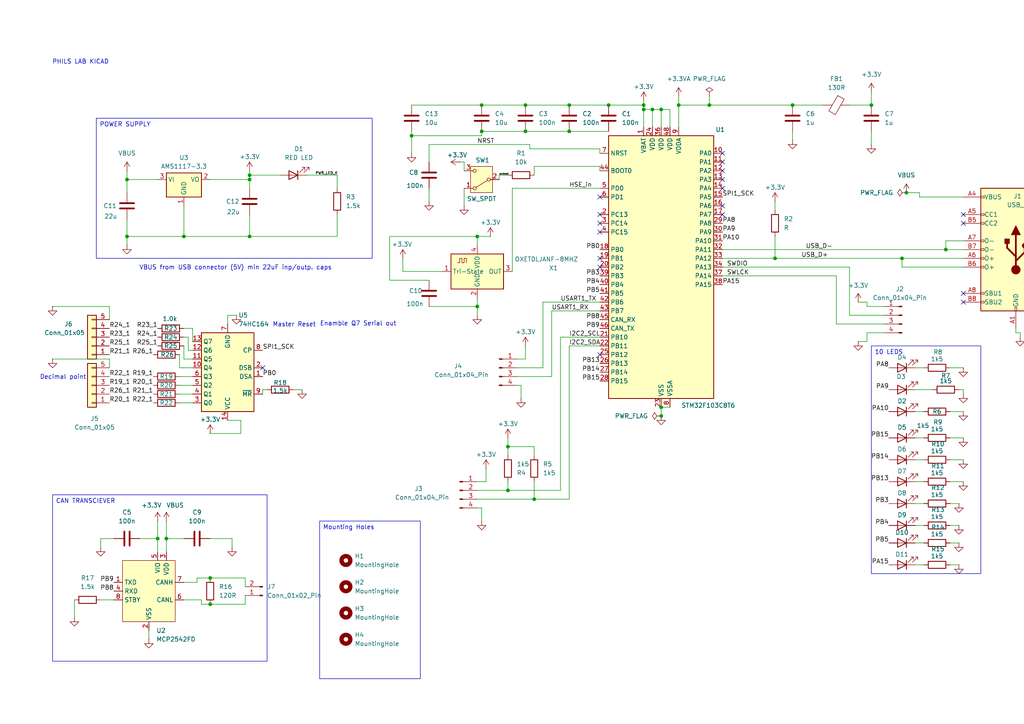
<source format=kicad_sch>
(kicad_sch (version 20250114) (generator "eeschema") (generator_version "9.0")
  (paper "A4")
  (title_block (title "Phils lab p1") (date "2025-09-18") (rev "0.1"))
  (text "Decimal point" (at 18.288 109.474 0) (effects (font (size 1.27 1.27))))
  (text "Enamble Q7 Serial out" (at 103.886 93.98 0) (effects (font (size 1.27 1.27))))
  (text "Master Reset" (at 85.344 94.234 0) (effects (font (size 1.27 1.27))))
  (text "VBUS from USB connector (5V) min 22uF inp/outp. caps" (at 68.326 77.724 0) (effects (font (size 1.27 1.27))))
  (text "PHILS LAB KICAD" (at 23.368 18.034 0) (effects (font (size 1.27 1.27))))
  (text_box "CAN TRANSCIEVER" (at 15.24 143.51 0) (size 62.23 48.26) (margins 0.9525 0.9525 0.9525 0.9525) (effects (font (size 1.27 1.27)) (justify left top)))
  (text_box "POWER SUPPLY" (at 27.94 34.29 0) (size 80.01 40.64) (margins 0.9525 0.9525 0.9525 0.9525) (effects (font (size 1.27 1.27)) (justify left top)))
  (text_box "10 LEDS" (at 252.73 100.33 0) (size 31.75 66.04) (margins 0.9525 0.9525 0.9525 0.9525) (effects (font (size 1.27 1.27)) (justify left top)))
  (text_box "Mounting Holes" (at 92.71 151.13 0) (size 29.21 45.72) (margins 0.9525 0.9525 0.9525 0.9525) (effects (font (size 1.27 1.27)) (justify left top)))
  (junction (at 147.32 129.54))
  (junction (at 139.7 30.48))
  (junction (at 147.32 142.24))
  (junction (at 191.77 118.11))
  (junction (at 186.69 31.75))
  (junction (at 60.96 175.26))
  (junction (at 229.87 30.48))
  (junction (at 274.32 72.39))
  (junction (at 191.77 120.65))
  (junction (at 60.96 167.64))
  (junction (at 53.34 68.58))
  (junction (at 224.79 74.93))
  (junction (at 48.26 156.21))
  (junction (at 261.62 74.93))
  (junction (at 205.74 30.48))
  (junction (at 72.39 68.58))
  (junction (at 189.23 31.75))
  (junction (at 186.69 30.48))
  (junction (at 36.83 52.07))
  (junction (at 72.39 50.8))
  (junction (at 196.85 30.48))
  (junction (at 252.73 30.48))
  (junction (at 165.1 38.1))
  (junction (at 119.38 39.37))
  (junction (at 139.7 38.1))
  (junction (at 191.77 31.75))
  (junction (at 138.43 88.9))
  (junction (at 45.72 156.21))
  (junction (at 36.83 68.58))
  (junction (at 262.89 55.88))
  (junction (at 138.43 68.58))
  (junction (at 176.53 30.48))
  (junction (at 154.94 144.78))
  (junction (at 72.39 52.07))
  (junction (at 152.4 30.48))
  (junction (at 165.1 30.48))
  (junction (at 152.4 38.1))
  (no_connect (at 209.55 62.23))
  (no_connect (at 173.99 64.77))
  (no_connect (at 209.55 54.61))
  (no_connect (at 173.99 57.15))
  (no_connect (at 209.55 49.53))
  (no_connect (at 76.2 106.68))
  (no_connect (at 279.4 85.09))
  (no_connect (at 173.99 62.23))
  (no_connect (at 209.55 46.99))
  (no_connect (at 209.55 44.45))
  (no_connect (at 173.99 102.87))
  (no_connect (at 209.55 59.69))
  (no_connect (at 173.99 77.47))
  (no_connect (at 173.99 74.93))
  (no_connect (at 279.4 64.77))
  (no_connect (at 209.55 52.07))
  (no_connect (at 279.4 62.23))
  (no_connect (at 173.99 67.31))
  (no_connect (at 302.26 95.25))
  (no_connect (at 279.4 87.63))
  (wire (pts (xy 275.59 157.48) (xy 278.13 157.48)))
  (wire (pts (xy 140.97 135.89) (xy 140.97 139.7)))
  (wire (pts (xy 85.09 113.03) (xy 87.63 113.03)))
  (wire (pts (xy 67.31 156.21) (xy 67.31 158.75)))
  (wire (pts (xy 196.85 30.48) (xy 196.85 36.83)))
  (wire (pts (xy 60.96 167.64) (xy 71.12 167.64)))
  (wire (pts (xy 165.1 30.48) (xy 176.53 30.48)))
  (wire (pts (xy 157.48 106.68) (xy 157.48 87.63)))
  (wire (pts (xy 274.32 72.39) (xy 279.4 72.39)))
  (wire (pts (xy 54.61 97.79) (xy 54.61 101.6)))
  (wire (pts (xy 157.48 87.63) (xy 173.99 87.63)))
  (wire (pts (xy 57.15 168.91) (xy 57.15 167.64)))
  (wire (pts (xy 265.43 127) (xy 267.97 127)))
  (wire (pts (xy 53.34 104.14) (xy 55.88 104.14)))
  (wire (pts (xy 189.23 31.75) (xy 189.23 36.83)))
  (wire (pts (xy 251.46 87.63) (xy 248.92 87.63)))
  (wire (pts (xy 97.79 50.8) (xy 97.79 54.61)))
  (wire (pts (xy 209.55 74.93) (xy 224.79 74.93)))
  (wire (pts (xy 69.85 125.73) (xy 69.85 121.92)))
  (wire (pts (xy 256.54 96.52) (xy 251.46 96.52)))
  (wire (pts (xy 113.03 81.28) (xy 124.46 81.28)))
  (wire (pts (xy 279.4 113.03) (xy 278.13 113.03)))
  (wire (pts (xy 242.57 80.01) (xy 242.57 93.98)))
  (wire (pts (xy 251.46 87.63) (xy 251.46 88.9)))
  (wire (pts (xy 147.32 127) (xy 147.32 129.54)))
  (wire (pts (xy 149.86 106.68) (xy 157.48 106.68)))
  (wire (pts (xy 71.12 175.26) (xy 71.12 172.72)))
  (wire (pts (xy 31.75 92.71) (xy 31.75 88.9)))
  (wire (pts (xy 153.67 41.91) (xy 153.67 43.18)))
  (wire (pts (xy 144.78 50.8) (xy 144.78 52.07)))
  (wire (pts (xy 45.72 156.21) (xy 40.64 156.21)))
  (wire (pts (xy 69.85 125.73) (xy 60.96 125.73)))
  (wire (pts (xy 275.59 133.35) (xy 279.4 133.35)))
  (wire (pts (xy 275.59 152.4) (xy 278.13 152.4)))
  (wire (pts (xy 138.43 144.78) (xy 154.94 144.78)))
  (wire (pts (xy 205.74 27.94) (xy 205.74 30.48)))
  (wire (pts (xy 173.99 43.18) (xy 173.99 44.45)))
  (wire (pts (xy 134.62 49.53) (xy 134.62 46.99)))
  (wire (pts (xy 152.4 30.48) (xy 165.1 30.48)))
  (wire (pts (xy 45.72 151.13) (xy 45.72 156.21)))
  (wire (pts (xy 119.38 38.1) (xy 119.38 39.37)))
  (wire (pts (xy 33.02 156.21) (xy 29.21 156.21)))
  (wire (pts (xy 53.34 97.79) (xy 54.61 97.79)))
  (wire (pts (xy 72.39 52.07) (xy 60.96 52.07)))
  (wire (pts (xy 52.07 106.68) (xy 55.88 106.68)))
  (wire (pts (xy 191.77 118.11) (xy 191.77 120.65)))
  (wire (pts (xy 266.7 57.15) (xy 279.4 57.15)))
  (wire (pts (xy 224.79 58.42) (xy 224.79 60.96)))
  (wire (pts (xy 265.43 119.38) (xy 267.97 119.38)))
  (wire (pts (xy 15.24 104.14) (xy 31.75 104.14)))
  (wire (pts (xy 124.46 88.9) (xy 138.43 88.9)))
  (wire (pts (xy 162.56 97.79) (xy 173.99 97.79)))
  (wire (pts (xy 265.43 133.35) (xy 267.97 133.35)))
  (wire (pts (xy 251.46 96.52) (xy 251.46 99.06)))
  (wire (pts (xy 52.07 111.76) (xy 55.88 111.76)))
  (wire (pts (xy 189.23 31.75) (xy 191.77 31.75)))
  (wire (pts (xy 266.7 57.15) (xy 266.7 55.88)))
  (wire (pts (xy 119.38 39.37) (xy 119.38 44.45)))
  (wire (pts (xy 261.62 77.47) (xy 279.4 77.47)))
  (wire (pts (xy 275.59 106.68) (xy 279.4 106.68)))
  (wire (pts (xy 246.38 30.48) (xy 252.73 30.48)))
  (wire (pts (xy 275.59 163.83) (xy 278.13 163.83)))
  (wire (pts (xy 139.7 30.48) (xy 152.4 30.48)))
  (wire (pts (xy 88.9 50.8) (xy 97.79 50.8)))
  (wire (pts (xy 152.4 100.33) (xy 152.4 104.14)))
  (wire (pts (xy 265.43 106.68) (xy 267.97 106.68)))
  (wire (pts (xy 229.87 30.48) (xy 238.76 30.48)))
  (wire (pts (xy 252.73 38.1) (xy 252.73 41.91)))
  (wire (pts (xy 58.42 175.26) (xy 60.96 175.26)))
  (wire (pts (xy 58.42 173.99) (xy 58.42 175.26)))
  (wire (pts (xy 76.2 113.03) (xy 77.47 113.03)))
  (wire (pts (xy 72.39 49.53) (xy 72.39 50.8)))
  (wire (pts (xy 224.79 68.58) (xy 224.79 74.93)))
  (wire (pts (xy 134.62 54.61) (xy 134.62 59.69)))
  (wire (pts (xy 246.38 77.47) (xy 246.38 91.44)))
  (wire (pts (xy 139.7 147.32) (xy 139.7 151.13)))
  (wire (pts (xy 194.31 31.75) (xy 194.31 36.83)))
  (wire (pts (xy 151.13 111.76) (xy 151.13 115.57)))
  (wire (pts (xy 48.26 156.21) (xy 53.34 156.21)))
  (wire (pts (xy 36.83 49.53) (xy 36.83 52.07)))
  (wire (pts (xy 224.79 74.93) (xy 261.62 74.93)))
  (wire (pts (xy 43.18 185.42) (xy 43.18 182.88)))
  (wire (pts (xy 124.46 54.61) (xy 124.46 58.42)))
  (wire (pts (xy 53.34 173.99) (xy 58.42 173.99)))
  (wire (pts (xy 265.43 113.03) (xy 270.51 113.03)))
  (wire (pts (xy 154.94 50.8) (xy 154.94 48.26)))
  (wire (pts (xy 294.64 96.52) (xy 295.91 96.52)))
  (wire (pts (xy 265.43 163.83) (xy 267.97 163.83)))
  (wire (pts (xy 251.46 99.06) (xy 248.92 99.06)))
  (wire (pts (xy 36.83 52.07) (xy 36.83 55.88)))
  (wire (pts (xy 152.4 104.14) (xy 149.86 104.14)))
  (wire (pts (xy 149.86 109.22) (xy 160.02 109.22)))
  (wire (pts (xy 52.07 114.3) (xy 55.88 114.3)))
  (wire (pts (xy 147.32 142.24) (xy 138.43 142.24)))
  (wire (pts (xy 191.77 118.11) (xy 194.31 118.11)))
  (wire (pts (xy 29.21 173.99) (xy 33.02 173.99)))
  (wire (pts (xy 246.38 91.44) (xy 256.54 91.44)))
  (wire (pts (xy 116.84 74.93) (xy 116.84 78.74)))
  (wire (pts (xy 279.4 113.03) (xy 279.4 114.3)))
  (wire (pts (xy 31.75 104.14) (xy 31.75 106.68)))
  (wire (pts (xy 144.78 50.8) (xy 147.32 50.8)))
  (wire (pts (xy 57.15 167.64) (xy 60.96 167.64)))
  (wire (pts (xy 154.94 139.7) (xy 154.94 144.78)))
  (wire (pts (xy 138.43 68.58) (xy 142.24 68.58)))
  (wire (pts (xy 113.03 68.58) (xy 113.03 81.28)))
  (wire (pts (xy 196.85 27.94) (xy 196.85 30.48)))
  (wire (pts (xy 173.99 48.26) (xy 173.99 49.53)))
  (wire (pts (xy 116.84 78.74) (xy 128.27 78.74)))
  (wire (pts (xy 186.69 30.48) (xy 186.69 31.75)))
  (wire (pts (xy 53.34 95.25) (xy 55.88 95.25)))
  (wire (pts (xy 72.39 68.58) (xy 72.39 62.23)))
  (wire (pts (xy 53.34 59.69) (xy 53.34 68.58)))
  (wire (pts (xy 265.43 139.7) (xy 267.97 139.7)))
  (wire (pts (xy 242.57 93.98) (xy 256.54 93.98)))
  (wire (pts (xy 173.99 100.33) (xy 165.1 100.33)))
  (wire (pts (xy 275.59 119.38) (xy 279.4 119.38)))
  (wire (pts (xy 153.67 43.18) (xy 173.99 43.18)))
  (wire (pts (xy 138.43 91.44) (xy 138.43 88.9)))
  (wire (pts (xy 147.32 142.24) (xy 162.56 142.24)))
  (wire (pts (xy 295.91 96.52) (xy 295.91 97.79)))
  (wire (pts (xy 45.72 52.07) (xy 36.83 52.07)))
  (wire (pts (xy 209.55 80.01) (xy 242.57 80.01)))
  (wire (pts (xy 162.56 142.24) (xy 162.56 97.79)))
  (wire (pts (xy 261.62 74.93) (xy 279.4 74.93)))
  (wire (pts (xy 139.7 147.32) (xy 138.43 147.32)))
  (wire (pts (xy 66.04 93.98) (xy 66.04 91.44)))
  (wire (pts (xy 124.46 41.91) (xy 153.67 41.91)))
  (wire (pts (xy 191.77 31.75) (xy 194.31 31.75)))
  (wire (pts (xy 138.43 86.36) (xy 138.43 88.9)))
  (wire (pts (xy 29.21 156.21) (xy 29.21 158.75)))
  (wire (pts (xy 147.32 129.54) (xy 147.32 132.08)))
  (wire (pts (xy 209.55 72.39) (xy 274.32 72.39)))
  (wire (pts (xy 154.94 48.26) (xy 173.99 48.26)))
  (wire (pts (xy 52.07 109.22) (xy 55.88 109.22)))
  (wire (pts (xy 148.59 54.61) (xy 148.59 78.74)))
  (wire (pts (xy 205.74 30.48) (xy 229.87 30.48)))
  (wire (pts (xy 139.7 38.1) (xy 152.4 38.1)))
  (wire (pts (xy 251.46 88.9) (xy 256.54 88.9)))
  (wire (pts (xy 60.96 175.26) (xy 71.12 175.26)))
  (wire (pts (xy 265.43 152.4) (xy 267.97 152.4)))
  (wire (pts (xy 209.55 77.47) (xy 246.38 77.47)))
  (wire (pts (xy 21.59 173.99) (xy 21.59 179.07)))
  (wire (pts (xy 119.38 39.37) (xy 139.7 39.37)))
  (wire (pts (xy 48.26 160.02) (xy 48.26 156.21)))
  (wire (pts (xy 294.64 95.25) (xy 294.64 96.52)))
  (wire (pts (xy 53.34 68.58) (xy 72.39 68.58)))
  (wire (pts (xy 147.32 139.7) (xy 147.32 142.24)))
  (wire (pts (xy 165.1 38.1) (xy 176.53 38.1)))
  (wire (pts (xy 186.69 31.75) (xy 186.69 36.83)))
  (wire (pts (xy 266.7 55.88) (xy 262.89 55.88)))
  (wire (pts (xy 275.59 146.05) (xy 278.13 146.05)))
  (wire (pts (xy 134.62 46.99) (xy 133.35 46.99)))
  (wire (pts (xy 124.46 41.91) (xy 124.46 46.99)))
  (wire (pts (xy 72.39 50.8) (xy 72.39 52.07)))
  (wire (pts (xy 138.43 68.58) (xy 113.03 68.58)))
  (wire (pts (xy 160.02 90.17) (xy 173.99 90.17)))
  (wire (pts (xy 274.32 72.39) (xy 274.32 69.85)))
  (wire (pts (xy 76.2 113.03) (xy 76.2 114.3)))
  (wire (pts (xy 53.34 168.91) (xy 57.15 168.91)))
  (wire (pts (xy 275.59 127) (xy 279.4 127)))
  (wire (pts (xy 252.73 26.67) (xy 252.73 30.48)))
  (wire (pts (xy 140.97 139.7) (xy 138.43 139.7)))
  (wire (pts (xy 119.38 30.48) (xy 139.7 30.48)))
  (wire (pts (xy 154.94 129.54) (xy 154.94 132.08)))
  (wire (pts (xy 186.69 31.75) (xy 189.23 31.75)))
  (wire (pts (xy 274.32 69.85) (xy 279.4 69.85)))
  (wire (pts (xy 229.87 38.1) (xy 229.87 40.64)))
  (wire (pts (xy 72.39 54.61) (xy 72.39 52.07)))
  (wire (pts (xy 48.26 151.13) (xy 48.26 156.21)))
  (wire (pts (xy 160.02 90.17) (xy 160.02 109.22)))
  (wire (pts (xy 31.75 88.9) (xy 15.24 88.9)))
  (wire (pts (xy 52.07 102.87) (xy 52.07 106.68)))
  (wire (pts (xy 36.83 68.58) (xy 36.83 71.12)))
  (wire (pts (xy 52.07 116.84) (xy 55.88 116.84)))
  (wire (pts (xy 138.43 68.58) (xy 138.43 71.12)))
  (wire (pts (xy 55.88 95.25) (xy 55.88 99.06)))
  (wire (pts (xy 60.96 156.21) (xy 67.31 156.21)))
  (wire (pts (xy 265.43 157.48) (xy 267.97 157.48)))
  (wire (pts (xy 36.83 63.5) (xy 36.83 68.58)))
  (wire (pts (xy 154.94 144.78) (xy 165.1 144.78)))
  (wire (pts (xy 275.59 139.7) (xy 279.4 139.7)))
  (wire (pts (xy 261.62 77.47) (xy 261.62 74.93)))
  (wire (pts (xy 148.59 54.61) (xy 173.99 54.61)))
  (wire (pts (xy 72.39 50.8) (xy 81.28 50.8)))
  (wire (pts (xy 66.04 91.44) (xy 68.58 91.44)))
  (wire (pts (xy 66.04 121.92) (xy 69.85 121.92)))
  (wire (pts (xy 147.32 129.54) (xy 154.94 129.54)))
  (wire (pts (xy 36.83 68.58) (xy 53.34 68.58)))
  (wire (pts (xy 186.69 30.48) (xy 176.53 30.48)))
  (wire (pts (xy 186.69 29.21) (xy 186.69 30.48)))
  (wire (pts (xy 152.4 38.1) (xy 165.1 38.1)))
  (wire (pts (xy 45.72 160.02) (xy 45.72 156.21)))
  (wire (pts (xy 191.77 31.75) (xy 191.77 36.83)))
  (wire (pts (xy 151.13 111.76) (xy 149.86 111.76)))
  (wire (pts (xy 97.79 62.23) (xy 97.79 68.58)))
  (wire (pts (xy 97.79 68.58) (xy 72.39 68.58)))
  (wire (pts (xy 53.34 100.33) (xy 53.34 104.14)))
  (wire (pts (xy 71.12 167.64) (xy 71.12 170.18)))
  (wire (pts (xy 54.61 101.6) (xy 55.88 101.6)))
  (wire (pts (xy 165.1 100.33) (xy 165.1 144.78)))
  (wire (pts (xy 265.43 146.05) (xy 267.97 146.05)))
  (wire (pts (xy 205.74 30.48) (xy 196.85 30.48)))
  (wire (pts (xy 139.7 39.37) (xy 139.7 38.1)))
  (label "R19_1" (at 31.75 111.76 0))
  (label "R23_1" (at 31.75 97.79 0))
  (label "HSE_in" (at 165.1 54.61 0))
  (label "R22_1" (at 31.75 109.22 0))
  (label "R25_1" (at 45.72 100.33 180))
  (label "PB9" (at 173.99 95.25 180))
  (label "PB13" (at 173.99 105.41 180))
  (label "USB_D+" (at 232.41 74.93 0))
  (label "PA9" (at 209.55 67.31 0))
  (label "SWLCK" (at 210.82 80.01 0))
  (label "I2C2_SCL" (at 165.1 97.79 0))
  (label "PB3" (at 257.81 146.05 180))
  (label "USART1_TX" (at 162.56 87.63 0))
  (label "PB14" (at 257.81 133.35 180))
  (label "R19_1" (at 44.45 109.22 180))
  (label "SPI1_SCK" (at 209.55 57.15 0))
  (label "PB9" (at 33.02 168.91 180))
  (label "R21_1" (at 44.45 114.3 180))
  (label "SPI1_SCK" (at 76.2 101.6 0))
  (label "R25_1" (at 31.75 100.33 0))
  (label "R20_1" (at 31.75 116.84 0))
  (label "PA9" (at 257.81 113.03 180))
  (label "PB5" (at 173.99 85.09 180))
  (label "R20_1" (at 44.45 111.76 180))
  (label "I2C2_SDA" (at 165.1 100.33 0))
  (label "PB0" (at 173.99 72.39 180))
  (label "R24_1" (at 31.75 95.25 0))
  (label "R24_1" (at 45.72 97.79 180))
  (label "USB_D-" (at 233.68 72.39 0))
  (label "PB4" (at 173.99 82.55 180))
  (label "PB13" (at 257.81 139.7 180))
  (label "R22_1" (at 44.45 116.84 180))
  (label "PA10" (at 209.55 69.85 0))
  (label "PB8" (at 33.02 171.45 180))
  (label "USART1_RX" (at 160.02 90.17 0))
  (label "PA8" (at 209.55 64.77 0))
  (label "PA15" (at 209.55 82.55 0))
  (label "PB14" (at 173.99 107.95 180))
  (label "SWDIO" (at 210.82 77.47 0))
  (label "R26_1" (at 31.75 114.3 0))
  (label "R21_1" (at 31.75 102.87 0))
  (label "PA8" (at 257.81 106.68 180))
  (label "PB0" (at 76.2 109.22 0))
  (label "swboot" (at 144.78 50.8 0) (effects (font (size 0.508 0.508))))
  (label "PB15" (at 173.99 110.49 180))
  (label "R26_1" (at 44.45 102.87 180))
  (label "NRST" (at 138.43 41.91 0))
  (label "PB8" (at 173.99 92.71 180))
  (label "PA15" (at 257.81 163.83 180))
  (label "PB15" (at 257.81 127 180))
  (label "PB4" (at 257.81 152.4 180))
  (label "PWR_LED_K" (at 91.44 50.8 0) (effects (font (size 0.762 0.762))))
  (label "PB3" (at 173.99 80.01 180))
  (label "PB5" (at 257.81 157.48 180))
  (label "PA10" (at 257.81 119.38 180))
  (label "R23_1" (at 45.72 95.25 180))
  (symbol (lib_id "power:+3.3V") (at 252.73 26.67 0) (unit 1)
    (property "Reference" "#PWR025" (effects (hide yes)))
    (property "Value" "+3.3V" (at 252.73 21.59 0))
    (property "Description" "Power symbol creates a global label with name \"+3.3V\"" (effects (hide yes)))
  )
  (symbol (lib_id "Connector_Generic:Conn_01x05") (at 26.67 97.79 180) (unit 1)
    (property "Reference" "J6" (at 21.082 93.98 0) (effects (justify left)))
    (property "Value" "Conn_01x05" (at 24.638 96.52 0) (effects (justify left)))
    (property "Footprint" "Connector_PinHeader_2.54mm:PinHeader_1x05_P2.54mm_Vertical" (effects (hide yes)))
    (property "Description" "Generic connector, single row, 01x05, script generated (kicad-library-utils/schlib/autogen/connector/)" (effects (hide yes)))
  )
  (symbol (lib_id "Regulator_Linear:AMS1117-3.3") (at 53.34 52.07 0) (unit 1)
    (property "Reference" "U3" (at 53.34 45.72 0))
    (property "Value" "AMS1117-3.3" (at 53.34 48.26 0))
    (property "Footprint" "Package_TO_SOT_SMD:SOT-223-3_TabPin2" (effects (hide yes)))
    (property "Datasheet" "http://www.advanced-monolithic.com/pdf/ds1117.pdf" (effects (hide yes)))
    (property "Description" "1A Low Dropout regulator, positive, 3.3V fixed output, SOT-223" (effects (hide yes)))
  )
  (symbol (lib_id "Device:R") (at 224.79 64.77 0) (unit 1)
    (property "Reference" "R2" (at 227.33 63.4999 0) (effects (justify left)))
    (property "Value" "R" (at 227.33 66.0399 0) (effects (justify left)))
    (property "Footprint" "Resistor_SMD:R_0603_1608Metric" (effects (hide yes)))
    (property "Description" "Resistor" (effects (hide yes)))
  )
  (symbol (lib_id "Device:LED") (at 85.09 50.8 180) (unit 1)
    (property "Reference" "D1" (at 86.6775 43.18 0))
    (property "Value" "RED LED" (at 86.6775 45.72 0))
    (property "Footprint" "LED_SMD:LED_0603_1608Metric" (effects (hide yes)))
    (property "Description" "Light emitting diode" (effects (hide yes)))
    (property "Sim.Pins" "1=K 2=A" (effects (hide yes)))
  )
  (symbol (lib_id "power:GND") (at 15.24 104.14 0) (unit 1)
    (property "Reference" "#PWR045" (effects (hide yes)))
    (property "Value" "GND" (effects (hide yes)))
    (property "Description" "Power symbol creates a global label with name \"GND\" , ground" (effects (hide yes)))
  )
  (symbol (lib_id "Connector:Conn_01x04_Pin") (at 261.62 91.44 0) (mirror y) (unit 1)
    (property "Reference" "J2" (at 260.985 83.82 0))
    (property "Value" "Conn_01x04_Pin" (at 260.985 86.36 0))
    (property "Footprint" "Connector_PinHeader_2.54mm:PinHeader_1x04_P2.54mm_Vertical" (effects (hide yes)))
    (property "Description" "Generic connector, single row, 01x04, script generated" (effects (hide yes)))
  )
  (symbol (lib_id "power:GND") (at 21.59 179.07 0) (unit 1)
    (property "Reference" "#PWR040" (effects (hide yes)))
    (property "Value" "GND" (effects (hide yes)))
    (property "Description" "Power symbol creates a global label with name \"GND\" , ground" (effects (hide yes)))
  )
  (symbol (lib_id "power:GND") (at 68.58 91.44 0) (unit 1)
    (property "Reference" "#PWR043" (effects (hide yes)))
    (property "Value" "GND" (effects (hide yes)))
    (property "Description" "Power symbol creates a global label with name \"GND\" , ground" (effects (hide yes)))
  )
  (symbol (lib_id "Device:R") (at 271.78 119.38 90) (unit 1)
    (property "Reference" "R6" (at 271.78 119.38 90))
    (property "Value" "1k5" (at 267.716 123.444 90))
    (property "Footprint" "Resistor_SMD:R_0603_1608Metric" (effects (hide yes)))
    (property "Description" "Resistor" (effects (hide yes)))
  )
  (symbol (lib_id "Device:R") (at 48.26 111.76 90) (unit 1)
    (property "Reference" "R20" (at 48.26 111.76 90))
    (property "Value" "1.5k" (effects (hide yes)))
    (property "Footprint" "Resistor_SMD:R_0603_1608Metric" (effects (hide yes)))
    (property "Description" "Resistor" (effects (hide yes)))
  )
  (symbol (lib_id "power:GND") (at 279.4 139.7 0) (unit 1)
    (property "Reference" "#PWR030" (effects (hide yes)))
    (property "Value" "GND" (effects (hide yes)))
    (property "Description" "Power symbol creates a global label with name \"GND\" , ground" (effects (hide yes)))
  )
  (symbol (lib_id "power:GND") (at 134.62 59.69 0) (unit 1)
    (property "Reference" "#PWR09" (effects (hide yes)))
    (property "Value" "GND" (effects (hide yes)))
    (property "Description" "Power symbol creates a global label with name \"GND\" , ground" (effects (hide yes)))
  )
  (symbol (lib_id "Device:R") (at 49.53 100.33 90) (unit 1)
    (property "Reference" "R25" (at 49.53 100.33 90))
    (property "Value" "1.5k" (effects (hide yes)))
    (property "Footprint" "Resistor_SMD:R_0603_1608Metric" (effects (hide yes)))
    (property "Description" "Resistor" (effects (hide yes)))
  )
  (symbol (lib_id "Connector:Conn_01x04_Pin") (at 133.35 142.24 0) (unit 1)
    (property "Reference" "J3" (at 121.412 141.732 0))
    (property "Value" "Conn_01x04_Pin" (at 122.428 144.272 0))
    (property "Footprint" "Connector_PinHeader_2.54mm:PinHeader_1x04_P2.54mm_Vertical" (effects (hide yes)))
    (property "Description" "Generic connector, single row, 01x04, script generated" (effects (hide yes)))
  )
  (symbol (lib_id "Device:R") (at 271.78 133.35 90) (unit 1)
    (property "Reference" "R10" (at 272.034 128.778 90))
    (property "Value" "1k5" (at 271.78 130.81 90))
    (property "Footprint" "Resistor_SMD:R_0603_1608Metric" (effects (hide yes)))
    (property "Description" "Resistor" (effects (hide yes)))
  )
  (symbol (lib_id "Device:C") (at 176.53 34.29 0) (unit 1)
    (property "Reference" "C1" (at 180.34 33.0199 0) (effects (justify left)))
    (property "Value" "100n" (at 180.34 35.5599 0) (effects (justify left)))
    (property "Footprint" "Capacitor_SMD:C_0603_1608Metric" (effects (hide yes)))
    (property "Description" "Unpolarized capacitor" (effects (hide yes)))
  )
  (symbol (lib_id "power:GND") (at 151.13 115.57 0) (unit 1)
    (property "Reference" "#PWR023" (effects (hide yes)))
    (property "Value" "GND" (effects (hide yes)))
    (property "Description" "Power symbol creates a global label with name \"GND\" , ground" (effects (hide yes)))
  )
  (symbol (lib_id "ecocad_lib_symbols:MCP2542FD") (at 43.18 162.56 0) (unit 1)
    (property "Reference" "U2" (at 45.3233 182.88 0) (effects (justify left)))
    (property "Value" "MCP2542FD" (at 45.3233 185.42 0) (effects (justify left)))
    (property "Footprint" "Package_SO:SOIC-8_3.9x4.9mm_P1.27mm" (effects (hide yes)))
  )
  (symbol (lib_id "power:GND") (at 119.38 44.45 0) (unit 1)
    (property "Reference" "#PWR03" (effects (hide yes)))
    (property "Value" "GND" (effects (hide yes)))
    (property "Description" "Power symbol creates a global label with name \"GND\" , ground" (effects (hide yes)))
  )
  (symbol (lib_id "power:GND") (at 36.83 71.12 0) (unit 1)
    (property "Reference" "#PWR017" (effects (hide yes)))
    (property "Value" "GND" (effects (hide yes)))
    (property "Description" "Power symbol creates a global label with name \"GND\" , ground" (effects (hide yes)))
  )
  (symbol (lib_id "power:+3.3V") (at 142.24 68.58 0) (unit 1)
    (property "Reference" "#PWR047" (effects (hide yes)))
    (property "Value" "+3.3V" (at 142.24 64.516 0))
    (property "Description" "Power symbol creates a global label with name \"+3.3V\"" (effects (hide yes)))
  )
  (symbol (lib_id "power:GND") (at 279.4 106.68 0) (unit 1)
    (property "Reference" "#PWR07" (effects (hide yes)))
    (property "Value" "GND" (effects (hide yes)))
    (property "Description" "Power symbol creates a global label with name \"GND\" , ground" (effects (hide yes)))
  )
  (symbol (lib_id "74xx:74HC164") (at 66.04 109.22 180) (unit 1)
    (property "Reference" "U5" (at 69.1581 91.44 0) (effects (justify right)))
    (property "Value" "74HC164" (at 69.1581 93.98 0) (effects (justify right)))
    (property "Footprint" "Package_SO:TSSOP-14_4.4x5mm_P0.65mm" (effects (hide yes)))
    (property "Datasheet" "https://assets.nexperia.com/documents/data-sheet/74HC_HCT164.pdf" (effects (hide yes)))
    (property "Description" "8-bit serial-in parallel-out shift register" (effects (hide yes)))
    (property "DK#" "296-14020-1-ND" (effects (hide yes)))
  )
  (symbol (lib_id "Device:LED") (at 261.62 152.4 180) (unit 1)
    (property "Reference" "D9" (at 261.62 149.352 0))
    (property "Value" "RED LED" (effects (hide yes)))
    (property "Footprint" "LED_SMD:LED_0603_1608Metric" (effects (hide yes)))
    (property "Description" "Light emitting diode" (effects (hide yes)))
    (property "Sim.Pins" "1=K 2=A" (effects (hide yes)))
  )
  (symbol (lib_id "Device:R") (at 60.96 171.45 0) (unit 1)
    (property "Reference" "R16" (at 63.5 170.1799 0) (effects (justify left)))
    (property "Value" "120R" (at 63.5 172.7199 0) (effects (justify left)))
    (property "Footprint" "Resistor_SMD:R_0603_1608Metric" (effects (hide yes)))
    (property "Description" "Resistor" (effects (hide yes)))
  )
  (symbol (lib_id "power:GND") (at 191.77 120.65 0) (unit 1)
    (property "Reference" "#PWR01" (effects (hide yes)))
    (property "Value" "GND" (effects (hide yes)))
    (property "Description" "Power symbol creates a global label with name \"GND\" , ground" (effects (hide yes)))
  )
  (symbol (lib_id "Device:C") (at 72.39 58.42 0) (unit 1)
    (property "Reference" "C12" (at 65.532 58.42 0) (effects (justify left)))
    (property "Value" "22u" (at 65.786 61.468 0) (effects (justify left)))
    (property "Footprint" "Capacitor_SMD:C_0805_2012Metric" (effects (hide yes)))
    (property "Description" "Unpolarized capacitor" (effects (hide yes)))
  )
  (symbol (lib_id "Device:R") (at 48.26 109.22 90) (unit 1)
    (property "Reference" "R19" (at 48.26 109.22 90))
    (property "Value" "1.5k" (effects (hide yes)))
    (property "Footprint" "Resistor_SMD:R_0603_1608Metric" (effects (hide yes)))
    (property "Description" "Resistor" (effects (hide yes)))
  )
  (symbol (lib_id "power:GND") (at 29.21 158.75 0) (unit 1)
    (property "Reference" "#PWR036" (effects (hide yes)))
    (property "Value" "GND" (effects (hide yes)))
    (property "Description" "Power symbol creates a global label with name \"GND\" , ground" (effects (hide yes)))
  )
  (symbol (lib_id "Device:C") (at 36.83 156.21 90) (unit 1)
    (property "Reference" "C5" (at 36.83 148.59 90))
    (property "Value" "100n" (at 36.83 151.13 90))
    (property "Footprint" "Capacitor_SMD:C_0603_1608Metric" (effects (hide yes)))
    (property "Description" "Unpolarized capacitor" (effects (hide yes)))
  )
  (symbol (lib_id "Device:LED") (at 261.62 163.83 180) (unit 1)
    (property "Reference" "D11" (at 261.62 160.782 0))
    (property "Value" "RED LED" (effects (hide yes)))
    (property "Footprint" "LED_SMD:LED_0603_1608Metric" (effects (hide yes)))
    (property "Description" "Light emitting diode" (effects (hide yes)))
    (property "Sim.Pins" "1=K 2=A" (effects (hide yes)))
  )
  (symbol (lib_id "Device:R") (at 49.53 97.79 90) (unit 1)
    (property "Reference" "R24" (at 49.53 97.79 90))
    (property "Value" "1.5k" (effects (hide yes)))
    (property "Footprint" "Resistor_SMD:R_0603_1608Metric" (effects (hide yes)))
    (property "Description" "Resistor" (effects (hide yes)))
  )
  (symbol (lib_id "Connector:USB_C_Receptacle_USB2.0_16P") (at 294.64 72.39 0) (mirror y) (unit 1)
    (property "Reference" "J1" (at 295.148 56.896 0))
    (property "Value" "USB_C" (at 295.148 59.436 0))
    (property "Footprint" "Connector_USB:USB_C_Receptacle_GCT_USB4105-xx-A_16P_TopMnt_Horizontal" (effects (hide yes)))
    (property "Datasheet" "https://www.usb.org/sites/default/files/documents/usb_type-c.zip" (effects (hide yes)))
    (property "Description" "USB 2.0-only 16P Type-C Receptacle connector" (effects (hide yes)))
  )
  (symbol (lib_id "power:GND") (at 124.46 58.42 0) (unit 1)
    (property "Reference" "#PWR08" (effects (hide yes)))
    (property "Value" "GND" (effects (hide yes)))
    (property "Description" "Power symbol creates a global label with name \"GND\" , ground" (effects (hide yes)))
  )
  (symbol (lib_id "Device:R") (at 81.28 113.03 90) (unit 1)
    (property "Reference" "R18" (at 81.28 110.998 90))
    (property "Value" "1.5k" (at 81.28 113.284 90))
    (property "Footprint" "Resistor_SMD:R_0603_1608Metric" (effects (hide yes)))
    (property "Description" "Resistor" (effects (hide yes)))
  )
  (symbol (lib_id "power:VBUS") (at 48.26 151.13 0) (unit 1)
    (property "Reference" "#PWR039" (effects (hide yes)))
    (property "Value" "VBUS" (at 50.8 146.558 0))
    (property "Description" "Power symbol creates a global label with name \"VBUS\"" (effects (hide yes)))
  )
  (symbol (lib_id "power:PWR_FLAG") (at 205.74 27.94 0) (unit 1)
    (property "Reference" "#FLG01" (effects (hide yes)))
    (property "Value" "PWR_FLAG" (at 205.74 22.86 0))
    (property "Description" "Special symbol for telling ERC where power comes from" (effects (hide yes)))
  )
  (symbol (lib_id "power:+3.3V") (at 140.97 135.89 0) (unit 1)
    (property "Reference" "#PWR021" (effects (hide yes)))
    (property "Value" "+3.3V" (at 140.97 131.826 0))
    (property "Description" "Power symbol creates a global label with name \"+3.3V\"" (effects (hide yes)))
  )
  (symbol (lib_id "power:VBUS") (at 36.83 49.53 0) (unit 1)
    (property "Reference" "#PWR018" (effects (hide yes)))
    (property "Value" "VBUS" (at 36.83 44.45 0))
    (property "Description" "Power symbol creates a global label with name \"VBUS\"" (effects (hide yes)))
  )
  (symbol (lib_id "power:+3.3V") (at 186.69 29.21 0) (unit 1)
    (property "Reference" "#PWR02" (effects (hide yes)))
    (property "Value" "+3.3V" (at 186.69 25.146 0))
    (property "Description" "Power symbol creates a global label with name \"+3.3V\"" (effects (hide yes)))
  )
  (symbol (lib_id "Device:LED") (at 261.62 139.7 180) (unit 1)
    (property "Reference" "D7" (at 261.62 136.652 0))
    (property "Value" "RED LED" (effects (hide yes)))
    (property "Footprint" "LED_SMD:LED_0603_1608Metric" (effects (hide yes)))
    (property "Description" "Light emitting diode" (effects (hide yes)))
    (property "Sim.Pins" "1=K 2=A" (effects (hide yes)))
  )
  (symbol (lib_id "Device:R") (at 48.26 114.3 90) (unit 1)
    (property "Reference" "R21" (at 48.26 114.3 90))
    (property "Value" "1.5k" (effects (hide yes)))
    (property "Footprint" "Resistor_SMD:R_0603_1608Metric" (effects (hide yes)))
    (property "Description" "Resistor" (effects (hide yes)))
  )
  (symbol (lib_id "power:+3.3V") (at 60.96 125.73 0) (unit 1)
    (property "Reference" "#PWR042" (effects (hide yes)))
    (property "Value" "+3.3V" (at 60.96 121.666 0))
    (property "Description" "Power symbol creates a global label with name \"+3.3V\"" (effects (hide yes)))
  )
  (symbol (lib_id "Device:LED") (at 261.62 113.03 180) (unit 1)
    (property "Reference" "D3" (at 261.366 109.22 0))
    (property "Value" "RED LED" (effects (hide yes)))
    (property "Footprint" "LED_SMD:LED_0603_1608Metric" (effects (hide yes)))
    (property "Description" "Light emitting diode" (effects (hide yes)))
    (property "Sim.Pins" "1=K 2=A" (effects (hide yes)))
  )
  (symbol (lib_id "power:GND") (at 87.63 113.03 0) (unit 1)
    (property "Reference" "#PWR046" (effects (hide yes)))
    (property "Value" "GND" (effects (hide yes)))
    (property "Description" "Power symbol creates a global label with name \"GND\" , ground" (effects (hide yes)))
  )
  (symbol (lib_id "Device:R") (at 271.78 152.4 90) (unit 1)
    (property "Reference" "R13" (at 272.034 147.828 90))
    (property "Value" "1k5" (at 271.78 149.86 90))
    (property "Footprint" "Resistor_SMD:R_0603_1608Metric" (effects (hide yes)))
    (property "Description" "Resistor" (effects (hide yes)))
  )
  (symbol (lib_id "Device:C") (at 119.38 34.29 0) (unit 1)
    (property "Reference" "C13" (at 123.19 33.0199 0) (effects (justify left)))
    (property "Value" "10u" (at 123.19 35.5599 0) (effects (justify left)))
    (property "Footprint" "Capacitor_SMD:C_0603_1608Metric" (effects (hide yes)))
    (property "Description" "Unpolarized capacitor" (effects (hide yes)))
  )
  (symbol (lib_id "power:+3.3V") (at 116.84 74.93 0) (unit 1)
    (property "Reference" "#PWR041" (effects (hide yes)))
    (property "Value" "+3.3V" (at 116.586 70.866 0))
    (property "Description" "Power symbol creates a global label with name \"+3.3V\"" (effects (hide yes)))
  )
  (symbol (lib_id "Device:R") (at 147.32 135.89 0) (mirror x) (unit 1)
    (property "Reference" "R4" (at 149.86 137.1601 0) (effects (justify left)))
    (property "Value" "1k5" (at 149.86 134.6201 0) (effects (justify left)))
    (property "Footprint" "Resistor_SMD:R_0603_1608Metric" (effects (hide yes)))
    (property "Description" "Resistor" (effects (hide yes)))
  )
  (symbol (lib_id "power:GND") (at 248.92 99.06 0) (unit 1)
    (property "Reference" "#PWR016" (effects (hide yes)))
    (property "Value" "GND" (effects (hide yes)))
    (property "Description" "Power symbol creates a global label with name \"GND\" , ground" (effects (hide yes)))
  )
  (symbol (lib_id "Connector:Conn_01x04_Pin") (at 144.78 106.68 0) (unit 1)
    (property "Reference" "J4" (at 132.842 106.172 0))
    (property "Value" "Conn_01x04_Pin" (at 133.858 108.712 0))
    (property "Footprint" "Connector_PinHeader_2.54mm:PinHeader_1x04_P2.54mm_Vertical" (effects (hide yes)))
    (property "Description" "Generic connector, single row, 01x04, script generated" (effects (hide yes)))
  )
  (symbol (lib_id "power:GND") (at 278.13 163.83 0) (unit 1)
    (property "Reference" "#PWR034" (effects (hide yes)))
    (property "Value" "GND" (effects (hide yes)))
    (property "Description" "Power symbol creates a global label with name \"GND\" , ground" (effects (hide yes)))
  )
  (symbol (lib_id "Device:R") (at 271.78 139.7 90) (unit 1)
    (property "Reference" "R11" (at 272.034 135.128 90))
    (property "Value" "1k5" (at 271.78 137.16 90))
    (property "Footprint" "Resistor_SMD:R_0603_1608Metric" (effects (hide yes)))
    (property "Description" "Resistor" (effects (hide yes)))
  )
  (symbol (lib_id "Mechanical:MountingHole") (at 100.33 170.18 0) (unit 1) (in_bom no)
    (property "Reference" "H2" (at 102.87 168.9099 0) (effects (justify left)))
    (property "Value" "MountingHole" (at 102.87 171.4499 0) (effects (justify left)))
    (property "Footprint" "MountingHole:MountingHole_2.2mm_M2" (effects (hide yes)))
    (property "Description" "Mounting Hole without connection" (effects (hide yes)))
  )
  (symbol (lib_id "power:+3.3VA") (at 196.85 27.94 0) (unit 1)
    (property "Reference" "#PWR04" (effects (hide yes)))
    (property "Value" "+3.3VA" (at 196.85 22.86 0))
    (property "Description" "Power symbol creates a global label with name \"+3.3VA\"" (effects (hide yes)))
  )
  (symbol (lib_id "Device:C") (at 139.7 34.29 0) (unit 1)
    (property "Reference" "C4" (at 143.51 33.0199 0) (effects (justify left)))
    (property "Value" "10u" (at 143.51 35.5599 0) (effects (justify left)))
    (property "Footprint" "Capacitor_SMD:C_0603_1608Metric" (effects (hide yes)))
    (property "Description" "Unpolarized capacitor" (effects (hide yes)))
  )
  (symbol (lib_id "power:+3.3V") (at 147.32 127 0) (unit 1)
    (property "Reference" "#PWR022" (effects (hide yes)))
    (property "Value" "+3.3V" (at 147.32 122.936 0))
    (property "Description" "Power symbol creates a global label with name \"+3.3V\"" (effects (hide yes)))
  )
  (symbol (lib_id "power:GND") (at 278.13 152.4 0) (unit 1)
    (property "Reference" "#PWR032" (effects (hide yes)))
    (property "Value" "GND" (effects (hide yes)))
    (property "Description" "Power symbol creates a global label with name \"GND\" , ground" (effects (hide yes)))
  )
  (symbol (lib_id "power:GND") (at 252.73 41.91 0) (unit 1)
    (property "Reference" "#PWR06" (effects (hide yes)))
    (property "Value" "GND" (effects (hide yes)))
    (property "Description" "Power symbol creates a global label with name \"GND\" , ground" (effects (hide yes)))
  )
  (symbol (lib_id "power:GND") (at 279.4 127 0) (unit 1)
    (property "Reference" "#PWR028" (effects (hide yes)))
    (property "Value" "GND" (effects (hide yes)))
    (property "Description" "Power symbol creates a global label with name \"GND\" , ground" (effects (hide yes)))
  )
  (symbol (lib_id "power:+3.3V") (at 224.79 58.42 0) (unit 1)
    (property "Reference" "#PWR014" (effects (hide yes)))
    (property "Value" "+3.3V" (at 224.79 54.356 0))
    (property "Description" "Power symbol creates a global label with name \"+3.3V\"" (effects (hide yes)))
  )
  (symbol (lib_id "Device:LED") (at 261.62 106.68 180) (unit 1)
    (property "Reference" "D4" (at 261.62 103.632 0))
    (property "Value" "RED LED" (effects (hide yes)))
    (property "Footprint" "LED_SMD:LED_0603_1608Metric" (effects (hide yes)))
    (property "Description" "Light emitting diode" (effects (hide yes)))
    (property "Sim.Pins" "1=K 2=A" (effects (hide yes)))
  )
  (symbol (lib_id "Device:LED") (at 261.62 157.48 180) (unit 1)
    (property "Reference" "D10" (at 261.62 154.432 0))
    (property "Value" "RED LED" (effects (hide yes)))
    (property "Footprint" "LED_SMD:LED_0603_1608Metric" (effects (hide yes)))
    (property "Description" "Light emitting diode" (effects (hide yes)))
    (property "Sim.Pins" "1=K 2=A" (effects (hide yes)))
  )
  (symbol (lib_id "Device:R") (at 271.78 146.05 90) (unit 1)
    (property "Reference" "R12" (at 272.034 141.478 90))
    (property "Value" "1k5" (at 271.78 143.51 90))
    (property "Footprint" "Resistor_SMD:R_0603_1608Metric" (effects (hide yes)))
    (property "Description" "Resistor" (effects (hide yes)))
  )
  (symbol (lib_id "power:GND") (at 43.18 185.42 0) (unit 1)
    (property "Reference" "#PWR035" (effects (hide yes)))
    (property "Value" "GND" (effects (hide yes)))
    (property "Description" "Power symbol creates a global label with name \"GND\" , ground" (effects (hide yes)))
  )
  (symbol (lib_id "Device:LED") (at 261.62 146.05 180) (unit 1)
    (property "Reference" "D8" (at 261.62 143.002 0))
    (property "Value" "RED LED" (effects (hide yes)))
    (property "Footprint" "LED_SMD:LED_0603_1608Metric" (effects (hide yes)))
    (property "Description" "Light emitting diode" (effects (hide yes)))
    (property "Sim.Pins" "1=K 2=A" (effects (hide yes)))
  )
  (symbol (lib_id "Device:R") (at 271.78 157.48 90) (unit 1)
    (property "Reference" "R14" (at 272.034 152.908 90))
    (property "Value" "1k5" (at 271.78 154.94 90))
    (property "Footprint" "Resistor_SMD:R_0603_1608Metric" (effects (hide yes)))
    (property "Description" "Resistor" (effects (hide yes)))
  )
  (symbol (lib_id "power:VBUS") (at 262.89 55.88 0) (unit 1)
    (property "Reference" "#PWR013" (effects (hide yes)))
    (property "Value" "VBUS" (at 262.89 50.8 0))
    (property "Description" "Power symbol creates a global label with name \"VBUS\"" (effects (hide yes)))
  )
  (symbol (lib_id "power:GND") (at 278.13 157.48 0) (unit 1)
    (property "Reference" "#PWR033" (effects (hide yes)))
    (property "Value" "GND" (effects (hide yes)))
    (property "Description" "Power symbol creates a global label with name \"GND\" , ground" (effects (hide yes)))
  )
  (symbol (lib_id "Device:LED") (at 261.62 119.38 180) (unit 1)
    (property "Reference" "D2" (at 261.62 116.332 0))
    (property "Value" "RED LED" (effects (hide yes)))
    (property "Footprint" "LED_SMD:LED_0603_1608Metric" (effects (hide yes)))
    (property "Description" "Light emitting diode" (effects (hide yes)))
    (property "Sim.Pins" "1=K 2=A" (effects (hide yes)))
  )
  (symbol (lib_id "MCU_ST_STM32F1:STM32F103C8Tx") (at 191.77 77.47 0) (unit 1)
    (property "Reference" "U1" (at 207.518 37.592 0) (effects (justify left)))
    (property "Value" "STM32F103C8T6" (at 197.612 117.602 0) (effects (justify left)))
    (property "Footprint" "Package_QFP:LQFP-48_7x7mm_P0.5mm" (effects (hide yes)))
    (property "Datasheet" "https://www.st.com/resource/en/datasheet/stm32f103c8.pdf" (effects (hide yes)))
    (property "Description" "STMicroelectronics Arm Cortex-M3 MCU, 64KB flash, 20KB RAM, 72 MHz, 2.0-3.6V, 37 GPIO, LQFP48" (effects (hide yes)))
    (pin "45" (alternate "CAN_RX"))
    (pin "46" (alternate "CAN_TX"))
  )
  (symbol (lib_id "Device:R") (at 274.32 113.03 90) (unit 1)
    (property "Reference" "R7" (at 274.32 108.966 90))
    (property "Value" "1k5" (at 274.32 110.49 90))
    (property "Footprint" "Resistor_SMD:R_0603_1608Metric" (effects (hide yes)))
    (property "Description" "Resistor" (effects (hide yes)))
  )
  (symbol (lib_id "Device:C") (at 124.46 85.09 0) (unit 1)
    (property "Reference" "C10" (at 118.618 84.328 0) (effects (justify left)))
    (property "Value" "100n" (at 117.856 88.138 0) (effects (justify left)))
    (property "Footprint" "Capacitor_SMD:C_0603_1608Metric" (effects (hide yes)))
    (property "Description" "Unpolarized capacitor" (effects (hide yes)))
  )
  (symbol (lib_id "power:GND") (at 139.7 151.13 0) (unit 1)
    (property "Reference" "#PWR020" (effects (hide yes)))
    (property "Value" "GND" (effects (hide yes)))
    (property "Description" "Power symbol creates a global label with name \"GND\" , ground" (effects (hide yes)))
  )
  (symbol (lib_id "Device:LED") (at 261.62 133.35 180) (unit 1)
    (property "Reference" "D6" (at 261.62 130.302 0))
    (property "Value" "RED LED" (effects (hide yes)))
    (property "Footprint" "LED_SMD:LED_0603_1608Metric" (effects (hide yes)))
    (property "Description" "Light emitting diode" (effects (hide yes)))
    (property "Sim.Pins" "1=K 2=A" (effects (hide yes)))
  )
  (symbol (lib_id "Switch:SW_SPDT") (at 139.7 52.07 180) (unit 1)
    (property "Reference" "SW1" (at 139.954 46.482 0))
    (property "Value" "SW_SPDT" (at 139.7 57.658 0))
    (property "Footprint" "Button_Switch_SMD:SW_SPDT_PCM12" (effects (hide yes)))
    (property "Description" "Switch, single pole double throw" (effects (hide yes)))
  )
  (symbol (lib_id "Device:R") (at 154.94 135.89 0) (unit 1)
    (property "Reference" "R5" (at 157.48 134.6199 0) (effects (justify left)))
    (property "Value" "1k5" (at 157.48 137.1599 0) (effects (justify left)))
    (property "Footprint" "Resistor_SMD:R_0603_1608Metric" (effects (hide yes)))
    (property "Description" "Resistor" (effects (hide yes)))
  )
  (symbol (lib_id "Mechanical:MountingHole") (at 100.33 177.8 0) (unit 1) (in_bom no)
    (property "Reference" "H3" (at 102.87 176.5299 0) (effects (justify left)))
    (property "Value" "MountingHole" (at 102.87 179.0699 0) (effects (justify left)))
    (property "Footprint" "MountingHole:MountingHole_2.2mm_M2" (effects (hide yes)))
    (property "Description" "Mounting Hole without connection" (effects (hide yes)))
  )
  (symbol (lib_id "Connector:Conn_01x02_Pin") (at 76.2 172.72 180) (unit 1)
    (property "Reference" "J7" (at 77.47 170.1799 0) (effects (justify right)))
    (property "Value" "Conn_01x02_Pin" (at 77.47 172.7199 0) (effects (justify right)))
    (property "Footprint" "Connector_PinHeader_2.00mm:PinHeader_1x02_P2.00mm_Vertical" (effects (hide yes)))
    (property "Description" "Generic connector, single row, 01x02, script generated" (effects (hide yes)))
  )
  (symbol (lib_id "Connector_Generic:Conn_01x05") (at 26.67 111.76 180) (unit 1)
    (property "Reference" "J5" (at 27.432 121.412 0))
    (property "Value" "Conn_01x05" (at 27.432 123.952 0))
    (property "Footprint" "Connector_PinHeader_2.54mm:PinHeader_1x05_P2.54mm_Vertical" (effects (hide yes)))
    (property "Description" "Generic connector, single row, 01x05, script generated (kicad-library-utils/schlib/autogen/connector/)" (effects (hide yes)))
  )
  (symbol (lib_id "power:PWR_FLAG") (at 262.89 55.88 90) (unit 1)
    (property "Reference" "#FLG03" (effects (hide yes)))
    (property "Value" "PWR_FLAG" (at 259.08 55.8799 90) (effects (justify left)))
    (property "Description" "Special symbol for telling ERC where power comes from" (effects (hide yes)))
  )
  (symbol (lib_id "Device:FerriteBead") (at 242.57 30.48 270) (unit 1)
    (property "Reference" "FB1" (at 242.6208 22.86 90))
    (property "Value" "130R" (at 242.6208 25.4 90))
    (property "Footprint" "Inductor_SMD:L_0603_1608Metric" (effects (hide yes)))
    (property "Description" "Ferrite bead" (effects (hide yes)))
  )
  (symbol (lib_id "power:PWR_FLAG") (at 191.77 120.65 90) (unit 1)
    (property "Reference" "#FLG02" (effects (hide yes)))
    (property "Value" "PWR_FLAG" (at 187.96 120.6499 90) (effects (justify left)))
    (property "Description" "Special symbol for telling ERC where power comes from" (effects (hide yes)))
  )
  (symbol (lib_id "power:GND") (at 15.24 88.9 0) (unit 1)
    (property "Reference" "#PWR044" (effects (hide yes)))
    (property "Value" "GND" (effects (hide yes)))
    (property "Description" "Power symbol creates a global label with name \"GND\" , ground" (effects (hide yes)))
  )
  (symbol (lib_id "Device:C") (at 252.73 34.29 0) (unit 1)
    (property "Reference" "C7" (at 256.54 33.0199 0) (effects (justify left)))
    (property "Value" "1u" (at 256.54 35.5599 0) (effects (justify left)))
    (property "Footprint" "Capacitor_SMD:C_0603_1608Metric" (effects (hide yes)))
    (property "Description" "Unpolarized capacitor" (effects (hide yes)))
  )
  (symbol (lib_id "power:GND") (at 279.4 114.3 0) (unit 1)
    (property "Reference" "#PWR027" (effects (hide yes)))
    (property "Value" "GND" (effects (hide yes)))
    (property "Description" "Power symbol creates a global label with name \"GND\" , ground" (effects (hide yes)))
  )
  (symbol (lib_id "power:+3.3V") (at 45.72 151.13 0) (unit 1)
    (property "Reference" "#PWR038" (effects (hide yes)))
    (property "Value" "+3.3V" (at 43.942 146.558 0))
    (property "Description" "Power symbol creates a global label with name \"+3.3V\"" (effects (hide yes)))
  )
  (symbol (lib_id "Device:C") (at 57.15 156.21 90) (unit 1)
    (property "Reference" "C9" (at 57.15 148.59 90))
    (property "Value" "100n" (at 57.15 151.13 90))
    (property "Footprint" "Capacitor_SMD:C_0603_1608Metric" (effects (hide yes)))
    (property "Description" "Unpolarized capacitor" (effects (hide yes)))
  )
  (symbol (lib_id "Device:R") (at 151.13 50.8 90) (unit 1)
    (property "Reference" "R1" (at 151.13 44.45 90))
    (property "Value" "10k" (at 151.13 46.99 90))
    (property "Footprint" "Resistor_SMD:R_0603_1608Metric" (effects (hide yes)))
    (property "Description" "Resistor" (effects (hide yes)))
  )
  (symbol (lib_id "ecocad_lib_symbols:OXETDLJANF-8MHZ") (at 138.43 78.74 0) (unit 1)
    (property "Reference" "X1" (at 160.528 77.724 0))
    (property "Value" "OXETDLJANF-8MHZ" (at 158.496 75.184 0))
    (property "Footprint" "Crystal:Crystal_SMD_3225-4Pin_3.2x2.5mm" (effects (hide yes)))
    (property "Datasheet" "https://datasheet.lcsc.com/lcsc/2304140030_TAITIEN-Elec-OXETDLJANF-8-000000MHZ_C558766.pdf" (effects (hide yes)))
    (property "Description" "Crystal Clock Oscillator" (effects (hide yes)))
    (property "Desc" "3.3V ±25ppm 8MHz SMD3225-4P Oscillators ROHS " (effects (hide yes)))
  )
  (symbol (lib_id "power:GND") (at 295.91 97.79 0) (unit 1)
    (property "Reference" "#PWR012" (effects (hide yes)))
    (property "Value" "GND" (effects (hide yes)))
    (property "Description" "Power symbol creates a global label with name \"GND\" , ground" (effects (hide yes)))
  )
  (symbol (lib_id "Device:C") (at 165.1 34.29 0) (unit 1)
    (property "Reference" "C2" (at 168.91 33.0199 0) (effects (justify left)))
    (property "Value" "100n" (at 168.91 35.5599 0) (effects (justify left)))
    (property "Footprint" "Capacitor_SMD:C_0603_1608Metric" (effects (hide yes)))
    (property "Description" "Unpolarized capacitor" (effects (hide yes)))
  )
  (symbol (lib_id "power:+3.3V") (at 152.4 100.33 0) (unit 1)
    (property "Reference" "#PWR024" (effects (hide yes)))
    (property "Value" "+3.3V" (at 152.4 96.266 0))
    (property "Description" "Power symbol creates a global label with name \"+3.3V\"" (effects (hide yes)))
  )
  (symbol (lib_id "Device:C") (at 124.46 50.8 0) (unit 1)
    (property "Reference" "C8" (at 118.618 50.038 0) (effects (justify left)))
    (property "Value" "100n" (at 117.856 53.848 0) (effects (justify left)))
    (property "Footprint" "Capacitor_SMD:C_0603_1608Metric" (effects (hide yes)))
    (property "Description" "Unpolarized capacitor" (effects (hide yes)))
  )
  (symbol (lib_id "Device:C") (at 36.83 59.69 0) (unit 1)
    (property "Reference" "C11" (at 29.972 59.69 0) (effects (justify left)))
    (property "Value" "22u" (at 30.226 62.738 0) (effects (justify left)))
    (property "Footprint" "Capacitor_SMD:C_0805_2012Metric" (effects (hide yes)))
    (property "Description" "Unpolarized capacitor" (effects (hide yes)))
  )
  (symbol (lib_id "power:+3.3V") (at 133.35 46.99 90) (unit 1)
    (property "Reference" "#PWR010" (effects (hide yes)))
    (property "Value" "+3.3V" (at 132.588 44.958 90))
    (property "Description" "Power symbol creates a global label with name \"+3.3V\"" (effects (hide yes)))
  )
  (symbol (lib_id "power:GND") (at 138.43 91.44 0) (unit 1)
    (property "Reference" "#PWR011" (effects (hide yes)))
    (property "Value" "GND" (effects (hide yes)))
    (property "Description" "Power symbol creates a global label with name \"GND\" , ground" (effects (hide yes)))
  )
  (symbol (lib_id "power:GND") (at 279.4 133.35 0) (unit 1)
    (property "Reference" "#PWR029" (effects (hide yes)))
    (property "Value" "GND" (effects (hide yes)))
    (property "Description" "Power symbol creates a global label with name \"GND\" , ground" (effects (hide yes)))
  )
  (symbol (lib_id "Device:R") (at 271.78 163.83 90) (unit 1)
    (property "Reference" "R15" (at 272.034 159.258 90))
    (property "Value" "1k5" (at 271.78 161.29 90))
    (property "Footprint" "Resistor_SMD:R_0603_1608Metric" (effects (hide yes)))
    (property "Description" "Resistor" (effects (hide yes)))
  )
  (symbol (lib_id "Device:C") (at 229.87 34.29 0) (unit 1)
    (property "Reference" "C6" (at 233.68 33.0199 0) (effects (justify left)))
    (property "Value" "1u" (at 233.68 35.5599 0) (effects (justify left)))
    (property "Footprint" "Capacitor_SMD:C_0603_1608Metric" (effects (hide yes)))
    (property "Description" "Unpolarized capacitor" (effects (hide yes)))
  )
  (symbol (lib_id "power:GND") (at 279.4 119.38 0) (unit 1)
    (property "Reference" "#PWR026" (effects (hide yes)))
    (property "Value" "GND" (effects (hide yes)))
    (property "Description" "Power symbol creates a global label with name \"GND\" , ground" (effects (hide yes)))
  )
  (symbol (lib_id "Device:R") (at 48.26 116.84 90) (unit 1)
    (property "Reference" "R22" (at 48.26 116.84 90))
    (property "Value" "1.5k" (effects (hide yes)))
    (property "Footprint" "Resistor_SMD:R_0603_1608Metric" (effects (hide yes)))
    (property "Description" "Resistor" (effects (hide yes)))
  )
  (symbol (lib_id "power:+3.3V") (at 72.39 49.53 0) (unit 1)
    (property "Reference" "#PWR019" (effects (hide yes)))
    (property "Value" "+3.3V" (at 72.39 45.466 0))
    (property "Description" "Power symbol creates a global label with name \"+3.3V\"" (effects (hide yes)))
  )
  (symbol (lib_id "power:GND") (at 278.13 146.05 0) (unit 1)
    (property "Reference" "#PWR031" (effects (hide yes)))
    (property "Value" "GND" (effects (hide yes)))
    (property "Description" "Power symbol creates a global label with name \"GND\" , ground" (effects (hide yes)))
  )
  (symbol (lib_id "Device:R") (at 25.4 173.99 90) (unit 1)
    (property "Reference" "R17" (at 25.4 167.64 90))
    (property "Value" "1.5k" (at 25.4 170.18 90))
    (property "Footprint" "Resistor_SMD:R_0603_1608Metric" (effects (hide yes)))
    (property "Description" "Resistor" (effects (hide yes)))
  )
  (symbol (lib_id "Mechanical:MountingHole") (at 100.33 162.56 0) (unit 1) (in_bom no)
    (property "Reference" "H1" (at 102.87 161.2899 0) (effects (justify left)))
    (property "Value" "MountingHole" (at 102.87 163.8299 0) (effects (justify left)))
    (property "Footprint" "MountingHole:MountingHole_2.2mm_M2" (effects (hide yes)))
    (property "Description" "Mounting Hole without connection" (effects (hide yes)))
  )
  (symbol (lib_id "Device:R") (at 271.78 106.68 90) (unit 1)
    (property "Reference" "R8" (at 272.034 102.108 90))
    (property "Value" "1k5" (at 271.78 104.14 90))
    (property "Footprint" "Resistor_SMD:R_0603_1608Metric" (effects (hide yes)))
    (property "Description" "Resistor" (effects (hide yes)))
  )
  (symbol (lib_id "Device:R") (at 49.53 95.25 90) (unit 1)
    (property "Reference" "R23" (at 49.53 95.25 90))
    (property "Value" "1.5k" (effects (hide yes)))
    (property "Footprint" "Resistor_SMD:R_0603_1608Metric" (effects (hide yes)))
    (property "Description" "Resistor" (effects (hide yes)))
  )
  (symbol (lib_id "Device:LED") (at 261.62 127 180) (unit 1)
    (property "Reference" "D5" (at 261.62 123.952 0))
    (property "Value" "RED LED" (effects (hide yes)))
    (property "Footprint" "LED_SMD:LED_0603_1608Metric" (effects (hide yes)))
    (property "Description" "Light emitting diode" (effects (hide yes)))
    (property "Sim.Pins" "1=K 2=A" (effects (hide yes)))
  )
  (symbol (lib_id "power:+3.3V") (at 248.92 87.63 0) (unit 1)
    (property "Reference" "#PWR015" (effects (hide yes)))
    (property "Value" "+3.3V" (at 248.92 82.804 0))
    (property "Description" "Power symbol creates a global label with name \"+3.3V\"" (effects (hide yes)))
  )
  (symbol (lib_id "Device:C") (at 152.4 34.29 0) (unit 1)
    (property "Reference" "C3" (at 156.21 33.0199 0) (effects (justify left)))
    (property "Value" "100n" (at 156.21 35.5599 0) (effects (justify left)))
    (property "Footprint" "Capacitor_SMD:C_0603_1608Metric" (effects (hide yes)))
    (property "Description" "Unpolarized capacitor" (effects (hide yes)))
  )
  (symbol (lib_id "Device:R") (at 97.79 58.42 0) (unit 1)
    (property "Reference" "R3" (at 100.33 57.1499 0) (effects (justify left)))
    (property "Value" "1.5k" (at 100.33 59.6899 0) (effects (justify left)))
    (property "Footprint" "Resistor_SMD:R_0603_1608Metric" (effects (hide yes)))
    (property "Description" "Resistor" (effects (hide yes)))
  )
  (symbol (lib_id "Mechanical:MountingHole") (at 100.33 185.42 0) (unit 1) (in_bom no)
    (property "Reference" "H4" (at 102.87 184.1499 0) (effects (justify left)))
    (property "Value" "MountingHole" (at 102.87 186.6899 0) (effects (justify left)))
    (property "Footprint" "MountingHole:MountingHole_2.2mm_M2" (effects (hide yes)))
    (property "Description" "Mounting Hole without connection" (effects (hide yes)))
  )
  (symbol (lib_id "power:GND") (at 229.87 40.64 0) (unit 1)
    (property "Reference" "#PWR05" (effects (hide yes)))
    (property "Value" "GND" (effects (hide yes)))
    (property "Description" "Power symbol creates a global label with name \"GND\" , ground" (effects (hide yes)))
  )
  (symbol (lib_id "power:GND") (at 67.31 158.75 0) (unit 1)
    (property "Reference" "#PWR037" (effects (hide yes)))
    (property "Value" "GND" (effects (hide yes)))
    (property "Description" "Power symbol creates a global label with name \"GND\" , ground" (effects (hide yes)))
  )
  (symbol (lib_id "Device:R") (at 48.26 102.87 90) (unit 1)
    (property "Reference" "R26" (at 48.514 102.87 90))
    (property "Value" "1.0k" (at 49.276 92.456 90))
    (property "Footprint" "Resistor_SMD:R_0603_1608Metric" (effects (hide yes)))
    (property "Description" "Resistor" (effects (hide yes)))
  )
  (symbol (lib_id "Device:R") (at 271.78 127 90) (unit 1)
    (property "Reference" "R9" (at 272.034 122.428 90))
    (property "Value" "1k5" (at 271.78 124.46 90))
    (property "Footprint" "Resistor_SMD:R_0603_1608Metric" (effects (hide yes)))
    (property "Description" "Resistor" (effects (hide yes)))
  )
)
</source>
